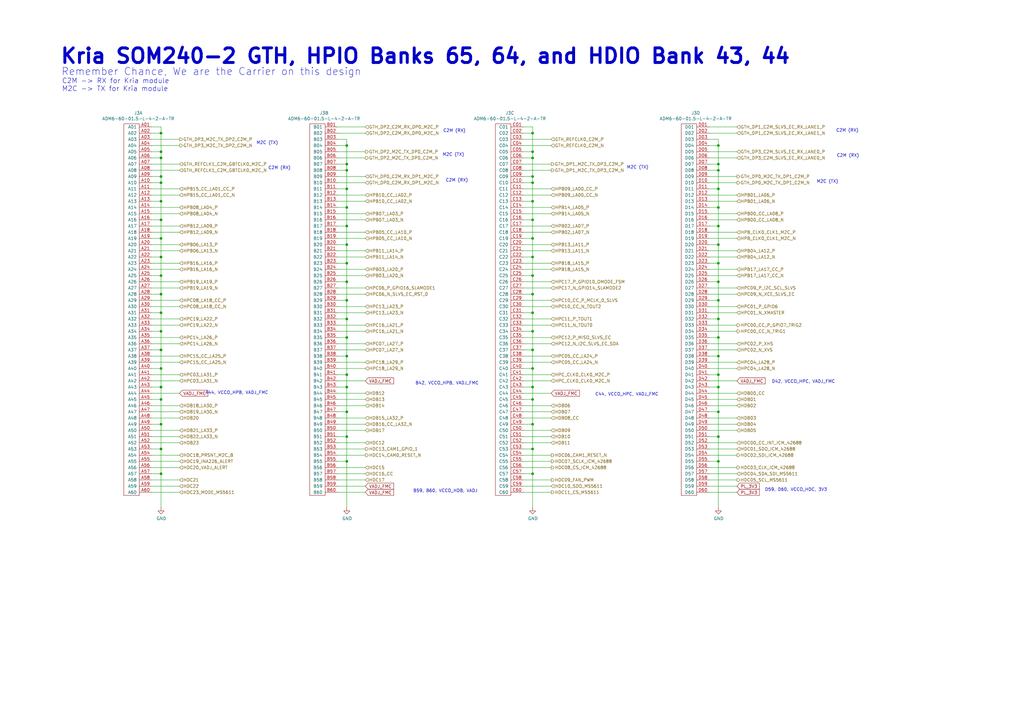
<source format=kicad_sch>
(kicad_sch (version 20230121) (generator eeschema)
  (paper "A3")
  (title_block (title "Top Sheet") (date "2023-12-21") (rev "1.00") (company "ApotheoTech LLC") (comment 1 "SCH: APT-KRIA-FMC") (comment 2 "Author: Chance Reimer"))
  (lib_symbols
    (symbol "ApotheoTech:ADM6-60-01.5-L-4-2-A-TR" (pin_names (offset 1.016))
      (property "Reference" "J" (at -38.735 67.31 0))
      (property "Value" "ADM6-60-01.5-L-4-2-A-TR" (at -29.21 62.23 0))
      (symbol "ADM6-60-01.5-L-4-2-A-TR_1_1"
        (rectangle (start -1.905 78.74) (end 4.445 -73.66))
        (pin passive line (at 9.525 77.47 180) (length 5.08) (name "A01") (number "A01"))
        (pin passive line (at 9.525 74.93 180) (length 5.08) (name "A02") (number "A02"))
        (pin passive line (at 9.525 72.39 180) (length 5.08) (name "A03") (number "A03"))
        (pin passive line (at 9.525 69.85 180) (length 5.08) (name "A04") (number "A04"))
        (pin passive line (at 9.525 67.31 180) (length 5.08) (name "A05") (number "A05"))
        (pin passive line (at 9.525 64.77 180) (length 5.08) (name "A06") (number "A06"))
        (pin passive line (at 9.525 62.23 180) (length 5.08) (name "A07") (number "A07"))
        (pin passive line (at 9.525 59.69 180) (length 5.08) (name "A08") (number "A08"))
        (pin passive line (at 9.525 57.15 180) (length 5.08) (name "A09") (number "A09"))
        (pin passive line (at 9.525 54.61 180) (length 5.08) (name "A10") (number "A10"))
        (pin passive line (at 9.525 52.07 180) (length 5.08) (name "A11") (number "A11"))
        (pin passive line (at 9.525 49.53 180) (length 5.08) (name "A12") (number "A12"))
        (pin passive line (at 9.525 46.99 180) (length 5.08) (name "A13") (number "A13"))
        (pin passive line (at 9.525 44.45 180) (length 5.08) (name "A14") (number "A14"))
        (pin passive line (at 9.525 41.91 180) (length 5.08) (name "A15") (number "A15"))
        (pin passive line (at 9.525 39.37 180) (length 5.08) (name "A16") (number "A16"))
        (pin passive line (at 9.525 36.83 180) (length 5.08) (name "A17") (number "A17"))
        (pin passive line (at 9.525 34.29 180) (length 5.08) (name "A18") (number "A18"))
        (pin passive line (at 9.525 31.75 180) (length 5.08) (name "A19") (number "A19"))
        (pin passive line (at 9.525 29.21 180) (length 5.08) (name "A20") (number "A20"))
        (pin passive line (at 9.525 26.67 180) (length 5.08) (name "A21") (number "A21"))
        (pin passive line (at 9.525 24.13 180) (length 5.08) (name "A22") (number "A22"))
        (pin passive line (at 9.525 21.59 180) (length 5.08) (name "A23") (number "A23"))
        (pin passive line (at 9.525 19.05 180) (length 5.08) (name "A24") (number "A24"))
        (pin passive line (at 9.525 16.51 180) (length 5.08) (name "A25") (number "A25"))
        (pin passive line (at 9.525 13.97 180) (length 5.08) (name "A26") (number "A26"))
        (pin passive line (at 9.525 11.43 180) (length 5.08) (name "A27") (number "A27"))
        (pin passive line (at 9.525 8.89 180) (length 5.08) (name "A28") (number "A28"))
        (pin passive line (at 9.525 6.35 180) (length 5.08) (name "A29") (number "A29"))
        (pin passive line (at 9.525 3.81 180) (length 5.08) (name "A30") (number "A30"))
        (pin passive line (at 9.525 1.27 180) (length 5.08) (name "A31") (number "A31"))
        (pin passive line (at 9.525 -1.27 180) (length 5.08) (name "A32") (number "A32"))
        (pin passive line (at 9.525 -3.81 180) (length 5.08) (name "A33") (number "A33"))
        (pin passive line (at 9.525 -6.35 180) (length 5.08) (name "A34") (number "A34"))
        (pin passive line (at 9.525 -8.89 180) (length 5.08) (name "A35") (number "A35"))
        (pin passive line (at 9.525 -11.43 180) (length 5.08) (name "A36") (number "A36"))
        (pin passive line (at 9.525 -13.97 180) (length 5.08) (name "A37") (number "A37"))
        (pin passive line (at 9.525 -16.51 180) (length 5.08) (name "A38") (number "A38"))
        (pin passive line (at 9.525 -19.05 180) (length 5.08) (name "A39") (number "A39"))
        (pin passive line (at 9.525 -21.59 180) (length 5.08) (name "A40") (number "A40"))
        (pin passive line (at 9.525 -24.13 180) (length 5.08) (name "A41") (number "A41"))
        (pin passive line (at 9.525 -26.67 180) (length 5.08) (name "A42") (number "A42"))
        (pin passive line (at 9.525 -29.21 180) (length 5.08) (name "A43") (number "A43"))
        (pin passive line (at 9.525 -31.75 180) (length 5.08) (name "A44") (number "A44"))
        (pin passive line (at 9.525 -34.29 180) (length 5.08) (name "A45") (number "A45"))
        (pin passive line (at 9.525 -36.83 180) (length 5.08) (name "A46") (number "A46"))
        (pin passive line (at 9.525 -39.37 180) (length 5.08) (name "A47") (number "A47"))
        (pin passive line (at 9.525 -41.91 180) (length 5.08) (name "A48") (number "A48"))
        (pin passive line (at 9.525 -44.45 180) (length 5.08) (name "A49") (number "A49"))
        (pin passive line (at 9.525 -46.99 180) (length 5.08) (name "A50") (number "A50"))
        (pin passive line (at 9.525 -49.53 180) (length 5.08) (name "A51") (number "A51"))
        (pin passive line (at 9.525 -52.07 180) (length 5.08) (name "A52") (number "A52"))
        (pin passive line (at 9.525 -54.61 180) (length 5.08) (name "A53") (number "A53"))
        (pin passive line (at 9.525 -57.15 180) (length 5.08) (name "A54") (number "A54"))
        (pin passive line (at 9.525 -59.69 180) (length 5.08) (name "A55") (number "A55"))
        (pin passive line (at 9.525 -62.23 180) (length 5.08) (name "A56") (number "A56"))
        (pin passive line (at 9.525 -64.77 180) (length 5.08) (name "A57") (number "A57"))
        (pin passive line (at 9.525 -67.31 180) (length 5.08) (name "A58") (number "A58"))
        (pin passive line (at 9.525 -69.85 180) (length 5.08) (name "A59") (number "A59"))
        (pin passive line (at 9.525 -72.39 180) (length 5.08) (name "A60") (number "A60"))
      )
      (symbol "ADM6-60-01.5-L-4-2-A-TR_2_1"
        (rectangle (start 0 76.2) (end 6.35 -76.2))
        (pin passive line (at 11.43 74.93 180) (length 5.08) (name "B01") (number "B01"))
        (pin passive line (at 11.43 72.39 180) (length 5.08) (name "B02") (number "B02"))
        (pin passive line (at 11.43 69.85 180) (length 5.08) (name "B03") (number "B03"))
        (pin passive line (at 11.43 67.31 180) (length 5.08) (name "B04") (number "B04"))
        (pin passive line (at 11.43 64.77 180) (length 5.08) (name "B05") (number "B05"))
        (pin passive line (at 11.43 62.23 180) (length 5.08) (name "B06") (number "B06"))
        (pin passive line (at 11.43 59.69 180) (length 5.08) (name "B07") (number "B07"))
        (pin passive line (at 11.43 57.15 180) (length 5.08) (name "B08") (number "B08"))
        (pin passive line (at 11.43 54.61 180) (length 5.08) (name "B09") (number "B09"))
        (pin passive line (at 11.43 52.07 180) (length 5.08) (name "B10") (number "B10"))
        (pin passive line (at 11.43 49.53 180) (length 5.08) (name "B11") (number "B11"))
        (pin passive line (at 11.43 46.99 180) (length 5.08) (name "B12") (number "B12"))
        (pin passive line (at 11.43 44.45 180) (length 5.08) (name "B13") (number "B13"))
        (pin passive line (at 11.43 41.91 180) (length 5.08) (name "B14") (number "B14"))
        (pin passive line (at 11.43 39.37 180) (length 5.08) (name "B15") (number "B15"))
        (pin passive line (at 11.43 36.83 180) (length 5.08) (name "B16") (number "B16"))
        (pin passive line (at 11.43 34.29 180) (length 5.08) (name "B17") (number "B17"))
        (pin passive line (at 11.43 31.75 180) (length 5.08) (name "B18") (number "B18"))
        (pin passive line (at 11.43 29.21 180) (length 5.08) (name "B19") (number "B19"))
        (pin passive line (at 11.43 26.67 180) (length 5.08) (name "B20") (number "B20"))
        (pin passive line (at 11.43 24.13 180) (length 5.08) (name "B21") (number "B21"))
        (pin passive line (at 11.43 21.59 180) (length 5.08) (name "B22") (number "B22"))
        (pin passive line (at 11.43 19.05 180) (length 5.08) (name "B23") (number "B23"))
        (pin passive line (at 11.43 16.51 180) (length 5.08) (name "B24") (number "B24"))
        (pin passive line (at 11.43 13.97 180) (length 5.08) (name "B25") (number "B25"))
        (pin passive line (at 11.43 11.43 180) (length 5.08) (name "B26") (number "B26"))
        (pin passive line (at 11.43 8.89 180) (length 5.08) (name "B27") (number "B27"))
        (pin passive line (at 11.43 6.35 180) (length 5.08) (name "B28") (number "B28"))
        (pin passive line (at 11.43 3.81 180) (length 5.08) (name "B29") (number "B29"))
        (pin passive line (at 11.43 1.27 180) (length 5.08) (name "B30") (number "B30"))
        (pin passive line (at 11.43 -1.27 180) (length 5.08) (name "B31") (number "B31"))
        (pin passive line (at 11.43 -3.81 180) (length 5.08) (name "B32") (number "B32"))
        (pin passive line (at 11.43 -6.35 180) (length 5.08) (name "B33") (number "B33"))
        (pin passive line (at 11.43 -8.89 180) (length 5.08) (name "B34") (number "B34"))
        (pin passive line (at 11.43 -11.43 180) (length 5.08) (name "B35") (number "B35"))
        (pin passive line (at 11.43 -13.97 180) (length 5.08) (name "B36") (number "B36"))
        (pin passive line (at 11.43 -16.51 180) (length 5.08) (name "B37") (number "B37"))
        (pin passive line (at 11.43 -19.05 180) (length 5.08) (name "B38") (number "B38"))
        (pin passive line (at 11.43 -21.59 180) (length 5.08) (name "B39") (number "B39"))
        (pin passive line (at 11.43 -24.13 180) (length 5.08) (name "B40") (number "B40"))
        (pin passive line (at 11.43 -26.67 180) (length 5.08) (name "B41") (number "B41"))
        (pin passive line (at 11.43 -29.21 180) (length 5.08) (name "B42") (number "B42"))
        (pin passive line (at 11.43 -31.75 180) (length 5.08) (name "B43") (number "B43"))
        (pin passive line (at 11.43 -34.29 180) (length 5.08) (name "B44") (number "B44"))
        (pin passive line (at 11.43 -36.83 180) (length 5.08) (name "B45") (number "B45"))
        (pin passive line (at 11.43 -39.37 180) (length 5.08) (name "B46") (number "B46"))
        (pin passive line (at 11.43 -41.91 180) (length 5.08) (name "B47") (number "B47"))
        (pin passive line (at 11.43 -44.45 180) (length 5.08) (name "B48") (number "B48"))
        (pin passive line (at 11.43 -46.99 180) (length 5.08) (name "B49") (number "B49"))
        (pin passive line (at 11.43 -49.53 180) (length 5.08) (name "B50") (number "B50"))
        (pin passive line (at 11.43 -52.07 180) (length 5.08) (name "B51") (number "B51"))
        (pin passive line (at 11.43 -54.61 180) (length 5.08) (name "B52") (number "B52"))
        (pin passive line (at 11.43 -57.15 180) (length 5.08) (name "B53") (number "B53"))
        (pin passive line (at 11.43 -59.69 180) (length 5.08) (name "B54") (number "B54"))
        (pin passive line (at 11.43 -62.23 180) (length 5.08) (name "B55") (number "B55"))
        (pin passive line (at 11.43 -64.77 180) (length 5.08) (name "B56") (number "B56"))
        (pin passive line (at 11.43 -67.31 180) (length 5.08) (name "B57") (number "B57"))
        (pin passive line (at 11.43 -69.85 180) (length 5.08) (name "B58") (number "B58"))
        (pin passive line (at 11.43 -72.39 180) (length 5.08) (name "B59") (number "B59"))
        (pin passive line (at 11.43 -74.93 180) (length 5.08) (name "B60") (number "B60"))
      )
      (symbol "ADM6-60-01.5-L-4-2-A-TR_3_1"
        (rectangle (start 0 76.2) (end 6.35 -76.2))
        (pin passive line (at 11.43 74.93 180) (length 5.08) (name "C01") (number "C01"))
        (pin passive line (at 11.43 72.39 180) (length 5.08) (name "C02") (number "C02"))
        (pin passive line (at 11.43 69.85 180) (length 5.08) (name "C03") (number "C03"))
        (pin passive line (at 11.43 67.31 180) (length 5.08) (name "C04") (number "C04"))
        (pin passive line (at 11.43 64.77 180) (length 5.08) (name "C05") (number "C05"))
        (pin passive line (at 11.43 62.23 180) (length 5.08) (name "C06") (number "C06"))
        (pin passive line (at 11.43 59.69 180) (length 5.08) (name "C07") (number "C07"))
        (pin passive line (at 11.43 57.15 180) (length 5.08) (name "C08") (number "C08"))
        (pin passive line (at 11.43 54.61 180) (length 5.08) (name "C09") (number "C09"))
        (pin passive line (at 11.43 52.07 180) (length 5.08) (name "C10") (number "C10"))
        (pin passive line (at 11.43 49.53 180) (length 5.08) (name "C11") (number "C11"))
        (pin passive line (at 11.43 46.99 180) (length 5.08) (name "C12") (number "C12"))
        (pin passive line (at 11.43 44.45 180) (length 5.08) (name "C13") (number "C13"))
        (pin passive line (at 11.43 41.91 180) (length 5.08) (name "C14") (number "C14"))
        (pin passive line (at 11.43 39.37 180) (length 5.08) (name "C15") (number "C15"))
        (pin passive line (at 11.43 36.83 180) (length 5.08) (name "C16") (number "C16"))
        (pin passive line (at 11.43 34.29 180) (length 5.08) (name "C17") (number "C17"))
        (pin passive line (at 11.43 31.75 180) (length 5.08) (name "C18") (number "C18"))
        (pin passive line (at 11.43 29.21 180) (length 5.08) (name "C19") (number "C19"))
        (pin passive line (at 11.43 26.67 180) (length 5.08) (name "C20") (number "C20"))
        (pin passive line (at 11.43 24.13 180) (length 5.08) (name "C21") (number "C21"))
        (pin passive line (at 11.43 21.59 180) (length 5.08) (name "C22") (number "C22"))
        (pin passive line (at 11.43 19.05 180) (length 5.08) (name "C23") (number "C23"))
        (pin passive line (at 11.43 16.51 180) (length 5.08) (name "C24") (number "C24"))
        (pin passive line (at 11.43 13.97 180) (length 5.08) (name "C25") (number "C25"))
        (pin passive line (at 11.43 11.43 180) (length 5.08) (name "C26") (number "C26"))
        (pin passive line (at 11.43 8.89 180) (length 5.08) (name "C27") (number "C27"))
        (pin passive line (at 11.43 6.35 180) (length 5.08) (name "C28") (number "C28"))
        (pin passive line (at 11.43 3.81 180) (length 5.08) (name "C29") (number "C29"))
        (pin passive line (at 11.43 1.27 180) (length 5.08) (name "C30") (number "C30"))
        (pin passive line (at 11.43 -1.27 180) (length 5.08) (name "C31") (number "C31"))
        (pin passive line (at 11.43 -3.81 180) (length 5.08) (name "C32") (number "C32"))
        (pin passive line (at 11.43 -6.35 180) (length 5.08) (name "C33") (number "C33"))
        (pin passive line (at 11.43 -8.89 180) (length 5.08) (name "C34") (number "C34"))
        (pin passive line (at 11.43 -11.43 180) (length 5.08) (name "C35") (number "C35"))
        (pin passive line (at 11.43 -13.97 180) (length 5.08) (name "C36") (number "C36"))
        (pin passive line (at 11.43 -16.51 180) (length 5.08) (name "C37") (number "C37"))
        (pin passive line (at 11.43 -19.05 180) (length 5.08) (name "C38") (number "C38"))
        (pin passive line (at 11.43 -21.59 180) (length 5.08) (name "C39") (number "C39"))
        (pin passive line (at 11.43 -24.13 180) (length 5.08) (name "C40") (number "C40"))
        (pin passive line (at 11.43 -26.67 180) (length 5.08) (name "C41") (number "C41"))
        (pin passive line (at 11.43 -29.21 180) (length 5.08) (name "C42") (number "C42"))
        (pin passive line (at 11.43 -31.75 180) (length 5.08) (name "C43") (number "C43"))
        (pin passive line (at 11.43 -34.29 180) (length 5.08) (name "C44") (number "C44"))
        (pin passive line (at 11.43 -36.83 180) (length 5.08) (name "C45") (number "C45"))
        (pin passive line (at 11.43 -39.37 180) (length 5.08) (name "C46") (number "C46"))
        (pin passive line (at 11.43 -41.91 180) (length 5.08) (name "C47") (number "C47"))
        (pin passive line (at 11.43 -44.45 180) (length 5.08) (name "C48") (number "C48"))
        (pin passive line (at 11.43 -46.99 180) (length 5.08) (name "C49") (number "C49"))
        (pin passive line (at 11.43 -49.53 180) (length 5.08) (name "C50") (number "C50"))
        (pin passive line (at 11.43 -52.07 180) (length 5.08) (name "C51") (number "C51"))
        (pin passive line (at 11.43 -54.61 180) (length 5.08) (name "C52") (number "C52"))
        (pin passive line (at 11.43 -57.15 180) (length 5.08) (name "C53") (number "C53"))
        (pin passive line (at 11.43 -59.69 180) (length 5.08) (name "C54") (number "C54"))
        (pin passive line (at 11.43 -62.23 180) (length 5.08) (name "C55") (number "C55"))
        (pin passive line (at 11.43 -64.77 180) (length 5.08) (name "C56") (number "C56"))
        (pin passive line (at 11.43 -67.31 180) (length 5.08) (name "C57") (number "C57"))
        (pin passive line (at 11.43 -69.85 180) (length 5.08) (name "C58") (number "C58"))
        (pin passive line (at 11.43 -72.39 180) (length 5.08) (name "C59") (number "C59"))
        (pin passive line (at 11.43 -74.93 180) (length 5.08) (name "C60") (number "C60"))
      )
      (symbol "ADM6-60-01.5-L-4-2-A-TR_4_1"
        (rectangle (start 0 76.2) (end 6.35 -76.2))
        (pin passive line (at 11.43 74.93 180) (length 5.08) (name "D01") (number "D01"))
        (pin passive line (at 11.43 72.39 180) (length 5.08) (name "D02") (number "D02"))
        (pin passive line (at 11.43 69.85 180) (length 5.08) (name "D03") (number "D03"))
        (pin passive line (at 11.43 67.31 180) (length 5.08) (name "D04") (number "D04"))
        (pin passive line (at 11.43 64.77 180) (length 5.08) (name "D05") (number "D05"))
        (pin passive line (at 11.43 62.23 180) (length 5.08) (name "D06") (number "D06"))
        (pin passive line (at 11.43 59.69 180) (length 5.08) (name "D07") (number "D07"))
        (pin passive line (at 11.43 57.15 180) (length 5.08) (name "D08") (number "D08"))
        (pin passive line (at 11.43 54.61 180) (length 5.08) (name "D09") (number "D09"))
        (pin passive line (at 11.43 52.07 180) (length 5.08) (name "D10") (number "D10"))
        (pin passive line (at 11.43 49.53 180) (length 5.08) (name "D11") (number "D11"))
        (pin passive line (at 11.43 46.99 180) (length 5.08) (name "D12") (number "D12"))
        (pin passive line (at 11.43 44.45 180) (length 5.08) (name "D13") (number "D13"))
        (pin passive line (at 11.43 41.91 180) (length 5.08) (name "D14") (number "D14"))
        (pin passive line (at 11.43 39.37 180) (length 5.08) (name "D15") (number "D15"))
        (pin passive line (at 11.43 36.83 180) (length 5.08) (name "D16") (number "D16"))
        (pin passive line (at 11.43 34.29 180) (length 5.08) (name "D17") (number "D17"))
        (pin passive line (at 11.43 31.75 180) (length 5.08) (name "D18") (number "D18"))
        (pin passive line (at 11.43 29.21 180) (length 5.08) (name "D19") (number "D19"))
        (pin passive line (at 11.43 26.67 180) (length 5.08) (name "D20") (number "D20"))
        (pin passive line (at 11.43 24.13 180) (length 5.08) (name "D21") (number "D21"))
        (pin passive line (at 11.43 21.59 180) (length 5.08) (name "D22") (number "D22"))
        (pin passive line (at 11.43 19.05 180) (length 5.08) (name "D23") (number "D23"))
        (pin passive line (at 11.43 16.51 180) (length 5.08) (name "D24") (number "D24"))
        (pin passive line (at 11.43 13.97 180) (length 5.08) (name "D25") (number "D25"))
        (pin passive line (at 11.43 11.43 180) (length 5.08) (name "D26") (number "D26"))
        (pin passive line (at 11.43 8.89 180) (length 5.08) (name "D27") (number "D27"))
        (pin passive line (at 11.43 6.35 180) (length 5.08) (name "D28") (number "D28"))
        (pin passive line (at 11.43 3.81 180) (length 5.08) (name "D29") (number "D29"))
        (pin passive line (at 11.43 1.27 180) (length 5.08) (name "D30") (number "D30"))
        (pin passive line (at 11.43 -1.27 180) (length 5.08) (name "D31") (number "D31"))
        (pin passive line (at 11.43 -3.81 180) (length 5.08) (name "D32") (number "D32"))
        (pin passive line (at 11.43 -6.35 180) (length 5.08) (name "D33") (number "D33"))
        (pin passive line (at 11.43 -8.89 180) (length 5.08) (name "D34") (number "D34"))
        (pin passive line (at 11.43 -11.43 180) (length 5.08) (name "D35") (number "D35"))
        (pin passive line (at 11.43 -13.97 180) (length 5.08) (name "D36") (number "D36"))
        (pin passive line (at 11.43 -16.51 180) (length 5.08) (name "D37") (number "D37"))
        (pin passive line (at 11.43 -19.05 180) (length 5.08) (name "D38") (number "D38"))
        (pin passive line (at 11.43 -21.59 180) (length 5.08) (name "D39") (number "D39"))
        (pin passive line (at 11.43 -24.13 180) (length 5.08) (name "D40") (number "D40"))
        (pin passive line (at 11.43 -26.67 180) (length 5.08) (name "D41") (number "D41"))
        (pin passive line (at 11.43 -29.21 180) (length 5.08) (name "D42") (number "D42"))
        (pin passive line (at 11.43 -31.75 180) (length 5.08) (name "D43") (number "D43"))
        (pin passive line (at 11.43 -34.29 180) (length 5.08) (name "D44") (number "D44"))
        (pin passive line (at 11.43 -36.83 180) (length 5.08) (name "D45") (number "D45"))
        (pin passive line (at 11.43 -39.37 180) (length 5.08) (name "D46") (number "D46"))
        (pin passive line (at 11.43 -41.91 180) (length 5.08) (name "D47") (number "D47"))
        (pin passive line (at 11.43 -44.45 180) (length 5.08) (name "D48") (number "D48"))
        (pin passive line (at 11.43 -46.99 180) (length 5.08) (name "D49") (number "D49"))
        (pin passive line (at 11.43 -49.53 180) (length 5.08) (name "D50") (number "D50"))
        (pin passive line (at 11.43 -52.07 180) (length 5.08) (name "D51") (number "D51"))
        (pin passive line (at 11.43 -54.61 180) (length 5.08) (name "D52") (number "D52"))
        (pin passive line (at 11.43 -57.15 180) (length 5.08) (name "D53") (number "D53"))
        (pin passive line (at 11.43 -59.69 180) (length 5.08) (name "D54") (number "D54"))
        (pin passive line (at 11.43 -62.23 180) (length 5.08) (name "D55") (number "D55"))
        (pin passive line (at 11.43 -64.77 180) (length 5.08) (name "D56") (number "D56"))
        (pin passive line (at 11.43 -67.31 180) (length 5.08) (name "D57") (number "D57"))
        (pin passive line (at 11.43 -69.85 180) (length 5.08) (name "D58") (number "D58"))
        (pin passive line (at 11.43 -72.39 180) (length 5.08) (name "D59") (number "D59"))
        (pin passive line (at 11.43 -74.93 180) (length 5.08) (name "D60") (number "D60"))
      )
    )
    (symbol "power:GND" (power) (pin_names (offset 0))
      (property "Value" "GND" (at 0 -3.81 0))
      (symbol "GND_0_1"
        (polyline (pts (xy 0 0) (xy 0 -1.27) (xy 1.27 -1.27) (xy 0 -2.54) (xy -1.27 -1.27) (xy 0 -1.27)))
      )
      (symbol "GND_1_1"
        (pin power_in line (at 0 0 270) (length 0) hide (name "GND") (number "1"))
      )
    )
  )
  (junction (at 218.44 97.79))
  (junction (at 294.64 77.47))
  (junction (at 294.64 123.19))
  (junction (at 218.44 158.75))
  (junction (at 142.24 115.57))
  (junction (at 218.44 143.51))
  (junction (at 294.64 100.33))
  (junction (at 142.24 153.67))
  (junction (at 66.04 113.03))
  (junction (at 66.04 74.93))
  (junction (at 66.04 135.89))
  (junction (at 142.24 107.95))
  (junction (at 218.44 184.15))
  (junction (at 218.44 54.61))
  (junction (at 142.24 67.31))
  (junction (at 218.44 151.13))
  (junction (at 142.24 92.71))
  (junction (at 218.44 72.39))
  (junction (at 294.64 179.07))
  (junction (at 294.64 107.95))
  (junction (at 66.04 64.77))
  (junction (at 294.64 115.57))
  (junction (at 294.64 69.85))
  (junction (at 142.24 189.23))
  (junction (at 294.64 146.05))
  (junction (at 218.44 64.77))
  (junction (at 294.64 189.23))
  (junction (at 218.44 113.03))
  (junction (at 66.04 128.27))
  (junction (at 142.24 158.75))
  (junction (at 142.24 100.33))
  (junction (at 294.64 92.71))
  (junction (at 142.24 146.05))
  (junction (at 218.44 135.89))
  (junction (at 66.04 143.51))
  (junction (at 218.44 163.83))
  (junction (at 218.44 128.27))
  (junction (at 142.24 85.09))
  (junction (at 218.44 105.41))
  (junction (at 66.04 151.13))
  (junction (at 142.24 69.85))
  (junction (at 66.04 120.65))
  (junction (at 142.24 168.91))
  (junction (at 66.04 97.79))
  (junction (at 218.44 74.93))
  (junction (at 218.44 194.31))
  (junction (at 66.04 163.83))
  (junction (at 218.44 82.55))
  (junction (at 142.24 77.47))
  (junction (at 294.64 153.67))
  (junction (at 142.24 179.07))
  (junction (at 66.04 105.41))
  (junction (at 294.64 138.43))
  (junction (at 66.04 194.31))
  (junction (at 294.64 130.81))
  (junction (at 294.64 168.91))
  (junction (at 66.04 90.17))
  (junction (at 66.04 184.15))
  (junction (at 66.04 158.75))
  (junction (at 294.64 59.69))
  (junction (at 218.44 62.23))
  (junction (at 218.44 90.17))
  (junction (at 66.04 72.39))
  (junction (at 142.24 123.19))
  (junction (at 66.04 173.99))
  (junction (at 294.64 67.31))
  (junction (at 66.04 82.55))
  (junction (at 142.24 59.69))
  (junction (at 294.64 85.09))
  (junction (at 66.04 54.61))
  (junction (at 218.44 120.65))
  (junction (at 294.64 158.75))
  (junction (at 142.24 138.43))
  (junction (at 142.24 130.81))
  (junction (at 218.44 173.99))
  (junction (at 66.04 62.23))
  (wire (pts (xy 66.04 90.17) (xy 66.04 97.79)))
  (wire (pts (xy 138.43 82.55) (xy 149.86 82.55)))
  (wire (pts (xy 138.43 67.31) (xy 142.24 67.31)))
  (wire (pts (xy 66.04 128.27) (xy 66.04 135.89)))
  (wire (pts (xy 214.63 140.97) (xy 226.06 140.97)))
  (wire (pts (xy 218.44 82.55) (xy 218.44 90.17)))
  (wire (pts (xy 214.63 166.37) (xy 226.06 166.37)))
  (wire (pts (xy 66.04 72.39) (xy 66.04 74.93)))
  (wire (pts (xy 214.63 171.45) (xy 226.06 171.45)))
  (wire (pts (xy 62.23 85.09) (xy 73.66 85.09)))
  (wire (pts (xy 290.83 171.45) (xy 302.26 171.45)))
  (wire (pts (xy 62.23 54.61) (xy 66.04 54.61)))
  (wire (pts (xy 218.44 105.41) (xy 218.44 113.03)))
  (wire (pts (xy 290.83 186.69) (xy 302.26 186.69)))
  (wire (pts (xy 294.64 59.69) (xy 294.64 67.31)))
  (wire (pts (xy 214.63 102.87) (xy 226.06 102.87)))
  (wire (pts (xy 66.04 135.89) (xy 66.04 143.51)))
  (wire (pts (xy 62.23 110.49) (xy 73.66 110.49)))
  (wire (pts (xy 62.23 201.93) (xy 73.66 201.93)))
  (wire (pts (xy 138.43 69.85) (xy 142.24 69.85)))
  (wire (pts (xy 218.44 74.93) (xy 218.44 82.55)))
  (wire (pts (xy 214.63 133.35) (xy 226.06 133.35)))
  (wire (pts (xy 66.04 158.75) (xy 66.04 163.83)))
  (wire (pts (xy 214.63 107.95) (xy 226.06 107.95)))
  (wire (pts (xy 214.63 80.01) (xy 226.06 80.01)))
  (wire (pts (xy 138.43 140.97) (xy 149.86 140.97)))
  (wire (pts (xy 290.83 92.71) (xy 294.64 92.71)))
  (wire (pts (xy 218.44 54.61) (xy 218.44 62.23)))
  (wire (pts (xy 290.83 125.73) (xy 302.26 125.73)))
  (wire (pts (xy 290.83 196.85) (xy 302.26 196.85)))
  (wire (pts (xy 142.24 107.95) (xy 142.24 115.57)))
  (wire (pts (xy 62.23 57.15) (xy 73.66 57.15)))
  (wire (pts (xy 142.24 92.71) (xy 142.24 100.33)))
  (wire (pts (xy 142.24 57.15) (xy 142.24 59.69)))
  (wire (pts (xy 66.04 97.79) (xy 62.23 97.79)))
  (wire (pts (xy 62.23 64.77) (xy 66.04 64.77)))
  (wire (pts (xy 290.83 62.23) (xy 302.26 62.23)))
  (wire (pts (xy 142.24 77.47) (xy 142.24 85.09)))
  (wire (pts (xy 290.83 176.53) (xy 302.26 176.53)))
  (wire (pts (xy 214.63 125.73) (xy 226.06 125.73)))
  (wire (pts (xy 290.83 100.33) (xy 294.64 100.33)))
  (wire (pts (xy 138.43 186.69) (xy 149.86 186.69)))
  (wire (pts (xy 62.23 59.69) (xy 73.66 59.69)))
  (wire (pts (xy 218.44 135.89) (xy 218.44 143.51)))
  (wire (pts (xy 66.04 128.27) (xy 62.23 128.27)))
  (wire (pts (xy 142.24 158.75) (xy 142.24 168.91)))
  (wire (pts (xy 138.43 85.09) (xy 142.24 85.09)))
  (wire (pts (xy 138.43 105.41) (xy 149.86 105.41)))
  (wire (pts (xy 138.43 120.65) (xy 149.86 120.65)))
  (wire (pts (xy 218.44 82.55) (xy 214.63 82.55)))
  (wire (pts (xy 290.83 72.39) (xy 302.26 72.39)))
  (wire (pts (xy 62.23 156.21) (xy 73.66 156.21)))
  (wire (pts (xy 290.83 82.55) (xy 302.26 82.55)))
  (wire (pts (xy 66.04 120.65) (xy 62.23 120.65)))
  (wire (pts (xy 218.44 52.07) (xy 218.44 54.61)))
  (wire (pts (xy 62.23 80.01) (xy 73.66 80.01)))
  (wire (pts (xy 218.44 72.39) (xy 218.44 74.93)))
  (wire (pts (xy 290.83 64.77) (xy 302.26 64.77)))
  (wire (pts (xy 142.24 67.31) (xy 142.24 69.85)))
  (wire (pts (xy 214.63 69.85) (xy 226.06 69.85)))
  (wire (pts (xy 66.04 82.55) (xy 66.04 90.17)))
  (wire (pts (xy 138.43 151.13) (xy 149.86 151.13)))
  (wire (pts (xy 294.64 158.75) (xy 294.64 168.91)))
  (wire (pts (xy 138.43 95.25) (xy 149.86 95.25)))
  (wire (pts (xy 138.43 77.47) (xy 142.24 77.47)))
  (wire (pts (xy 62.23 166.37) (xy 73.66 166.37)))
  (wire (pts (xy 294.64 189.23) (xy 294.64 208.28)))
  (wire (pts (xy 290.83 95.25) (xy 302.26 95.25)))
  (wire (pts (xy 290.83 161.29) (xy 302.26 161.29)))
  (wire (pts (xy 214.63 52.07) (xy 218.44 52.07)))
  (wire (pts (xy 62.23 171.45) (xy 73.66 171.45)))
  (wire (pts (xy 214.63 138.43) (xy 226.06 138.43)))
  (wire (pts (xy 66.04 120.65) (xy 66.04 128.27)))
  (wire (pts (xy 66.04 173.99) (xy 62.23 173.99)))
  (wire (pts (xy 142.24 130.81) (xy 142.24 138.43)))
  (wire (pts (xy 66.04 151.13) (xy 66.04 158.75)))
  (wire (pts (xy 138.43 181.61) (xy 149.86 181.61)))
  (wire (pts (xy 290.83 133.35) (xy 302.26 133.35)))
  (wire (pts (xy 62.23 100.33) (xy 73.66 100.33)))
  (wire (pts (xy 62.23 52.07) (xy 66.04 52.07)))
  (wire (pts (xy 62.23 77.47) (xy 73.66 77.47)))
  (wire (pts (xy 62.23 179.07) (xy 73.66 179.07)))
  (wire (pts (xy 138.43 135.89) (xy 149.86 135.89)))
  (wire (pts (xy 290.83 130.81) (xy 294.64 130.81)))
  (wire (pts (xy 290.83 158.75) (xy 294.64 158.75)))
  (wire (pts (xy 138.43 92.71) (xy 142.24 92.71)))
  (wire (pts (xy 214.63 181.61) (xy 226.06 181.61)))
  (wire (pts (xy 66.04 184.15) (xy 62.23 184.15)))
  (wire (pts (xy 218.44 97.79) (xy 218.44 105.41)))
  (wire (pts (xy 138.43 133.35) (xy 149.86 133.35)))
  (wire (pts (xy 62.23 140.97) (xy 73.66 140.97)))
  (wire (pts (xy 290.83 74.93) (xy 302.26 74.93)))
  (wire (pts (xy 290.83 143.51) (xy 302.26 143.51)))
  (wire (pts (xy 214.63 54.61) (xy 218.44 54.61)))
  (wire (pts (xy 290.83 52.07) (xy 302.26 52.07)))
  (wire (pts (xy 62.23 69.85) (xy 73.66 69.85)))
  (wire (pts (xy 138.43 176.53) (xy 149.86 176.53)))
  (wire (pts (xy 290.83 59.69) (xy 294.64 59.69)))
  (wire (pts (xy 138.43 100.33) (xy 142.24 100.33)))
  (wire (pts (xy 290.83 87.63) (xy 302.26 87.63)))
  (wire (pts (xy 290.83 85.09) (xy 294.64 85.09)))
  (wire (pts (xy 290.83 156.21) (xy 302.26 156.21)))
  (wire (pts (xy 138.43 201.93) (xy 149.86 201.93)))
  (wire (pts (xy 138.43 166.37) (xy 149.86 166.37)))
  (wire (pts (xy 138.43 54.61) (xy 149.86 54.61)))
  (wire (pts (xy 138.43 57.15) (xy 142.24 57.15)))
  (wire (pts (xy 290.83 146.05) (xy 294.64 146.05)))
  (wire (pts (xy 214.63 168.91) (xy 226.06 168.91)))
  (wire (pts (xy 214.63 92.71) (xy 226.06 92.71)))
  (wire (pts (xy 62.23 189.23) (xy 73.66 189.23)))
  (wire (pts (xy 66.04 135.89) (xy 62.23 135.89)))
  (wire (pts (xy 218.44 194.31) (xy 214.63 194.31)))
  (wire (pts (xy 142.24 179.07) (xy 142.24 189.23)))
  (wire (pts (xy 138.43 143.51) (xy 149.86 143.51)))
  (wire (pts (xy 290.83 168.91) (xy 294.64 168.91)))
  (wire (pts (xy 290.83 77.47) (xy 294.64 77.47)))
  (wire (pts (xy 142.24 115.57) (xy 142.24 123.19)))
  (wire (pts (xy 290.83 57.15) (xy 294.64 57.15)))
  (wire (pts (xy 138.43 184.15) (xy 149.86 184.15)))
  (wire (pts (xy 66.04 97.79) (xy 66.04 105.41)))
  (wire (pts (xy 290.83 113.03) (xy 302.26 113.03)))
  (wire (pts (xy 294.64 123.19) (xy 294.64 130.81)))
  (wire (pts (xy 138.43 72.39) (xy 149.86 72.39)))
  (wire (pts (xy 62.23 102.87) (xy 73.66 102.87)))
  (wire (pts (xy 62.23 153.67) (xy 73.66 153.67)))
  (wire (pts (xy 62.23 118.11) (xy 73.66 118.11)))
  (wire (pts (xy 218.44 163.83) (xy 214.63 163.83)))
  (wire (pts (xy 62.23 133.35) (xy 73.66 133.35)))
  (wire (pts (xy 66.04 74.93) (xy 66.04 82.55)))
  (wire (pts (xy 62.23 176.53) (xy 73.66 176.53)))
  (wire (pts (xy 138.43 130.81) (xy 142.24 130.81)))
  (wire (pts (xy 214.63 196.85) (xy 226.06 196.85)))
  (wire (pts (xy 142.24 146.05) (xy 142.24 153.67)))
  (wire (pts (xy 290.83 148.59) (xy 302.26 148.59)))
  (wire (pts (xy 138.43 173.99) (xy 149.86 173.99)))
  (wire (pts (xy 138.43 62.23) (xy 149.86 62.23)))
  (wire (pts (xy 294.64 100.33) (xy 294.64 107.95)))
  (wire (pts (xy 214.63 64.77) (xy 218.44 64.77)))
  (wire (pts (xy 290.83 118.11) (xy 302.26 118.11)))
  (wire (pts (xy 66.04 105.41) (xy 62.23 105.41)))
  (wire (pts (xy 62.23 125.73) (xy 73.66 125.73)))
  (wire (pts (xy 66.04 184.15) (xy 66.04 194.31)))
  (wire (pts (xy 66.04 54.61) (xy 66.04 62.23)))
  (wire (pts (xy 218.44 184.15) (xy 214.63 184.15)))
  (wire (pts (xy 214.63 100.33) (xy 226.06 100.33)))
  (wire (pts (xy 294.64 77.47) (xy 294.64 85.09)))
  (wire (pts (xy 218.44 90.17) (xy 218.44 97.79)))
  (wire (pts (xy 214.63 191.77) (xy 226.06 191.77)))
  (wire (pts (xy 142.24 153.67) (xy 142.24 158.75)))
  (wire (pts (xy 138.43 64.77) (xy 149.86 64.77)))
  (wire (pts (xy 290.83 102.87) (xy 302.26 102.87)))
  (wire (pts (xy 142.24 138.43) (xy 142.24 146.05)))
  (wire (pts (xy 214.63 57.15) (xy 226.06 57.15)))
  (wire (pts (xy 290.83 120.65) (xy 302.26 120.65)))
  (wire (pts (xy 62.23 146.05) (xy 73.66 146.05)))
  (wire (pts (xy 290.83 105.41) (xy 302.26 105.41)))
  (wire (pts (xy 294.64 130.81) (xy 294.64 138.43)))
  (wire (pts (xy 214.63 85.09) (xy 226.06 85.09)))
  (wire (pts (xy 290.83 173.99) (xy 302.26 173.99)))
  (wire (pts (xy 142.24 69.85) (xy 142.24 77.47)))
  (wire (pts (xy 290.83 97.79) (xy 302.26 97.79)))
  (wire (pts (xy 214.63 148.59) (xy 226.06 148.59)))
  (wire (pts (xy 138.43 107.95) (xy 142.24 107.95)))
  (wire (pts (xy 214.63 67.31) (xy 226.06 67.31)))
  (wire (pts (xy 138.43 138.43) (xy 142.24 138.43)))
  (wire (pts (xy 218.44 62.23) (xy 218.44 64.77)))
  (wire (pts (xy 214.63 158.75) (xy 218.44 158.75)))
  (wire (pts (xy 138.43 110.49) (xy 149.86 110.49)))
  (wire (pts (xy 62.23 196.85) (xy 73.66 196.85)))
  (wire (pts (xy 66.04 173.99) (xy 66.04 184.15)))
  (wire (pts (xy 218.44 97.79) (xy 214.63 97.79)))
  (wire (pts (xy 290.83 189.23) (xy 294.64 189.23)))
  (wire (pts (xy 142.24 59.69) (xy 142.24 67.31)))
  (wire (pts (xy 214.63 110.49) (xy 226.06 110.49)))
  (wire (pts (xy 138.43 118.11) (xy 149.86 118.11)))
  (wire (pts (xy 138.43 199.39) (xy 149.86 199.39)))
  (wire (pts (xy 218.44 74.93) (xy 214.63 74.93)))
  (wire (pts (xy 62.23 151.13) (xy 66.04 151.13)))
  (wire (pts (xy 62.23 158.75) (xy 66.04 158.75)))
  (wire (pts (xy 290.83 110.49) (xy 302.26 110.49)))
  (wire (pts (xy 294.64 146.05) (xy 294.64 153.67)))
  (wire (pts (xy 290.83 115.57) (xy 294.64 115.57)))
  (wire (pts (xy 138.43 158.75) (xy 142.24 158.75)))
  (wire (pts (xy 66.04 143.51) (xy 62.23 143.51)))
  (wire (pts (xy 66.04 62.23) (xy 66.04 64.77)))
  (wire (pts (xy 290.83 179.07) (xy 294.64 179.07)))
  (wire (pts (xy 290.83 90.17) (xy 302.26 90.17)))
  (wire (pts (xy 138.43 191.77) (xy 149.86 191.77)))
  (wire (pts (xy 142.24 100.33) (xy 142.24 107.95)))
  (wire (pts (xy 138.43 113.03) (xy 149.86 113.03)))
  (wire (pts (xy 218.44 158.75) (xy 218.44 163.83)))
  (wire (pts (xy 66.04 90.17) (xy 62.23 90.17)))
  (wire (pts (xy 62.23 199.39) (xy 73.66 199.39)))
  (wire (pts (xy 290.83 151.13) (xy 302.26 151.13)))
  (wire (pts (xy 138.43 156.21) (xy 149.86 156.21)))
  (wire (pts (xy 66.04 72.39) (xy 62.23 72.39)))
  (wire (pts (xy 62.23 107.95) (xy 73.66 107.95)))
  (wire (pts (xy 138.43 194.31) (xy 149.86 194.31)))
  (wire (pts (xy 142.24 85.09) (xy 142.24 92.71)))
  (wire (pts (xy 290.83 67.31) (xy 294.64 67.31)))
  (wire (pts (xy 218.44 120.65) (xy 218.44 128.27)))
  (wire (pts (xy 138.43 97.79) (xy 149.86 97.79)))
  (wire (pts (xy 62.23 168.91) (xy 73.66 168.91)))
  (wire (pts (xy 62.23 130.81) (xy 73.66 130.81)))
  (wire (pts (xy 214.63 179.07) (xy 226.06 179.07)))
  (wire (pts (xy 66.04 105.41) (xy 66.04 113.03)))
  (wire (pts (xy 214.63 176.53) (xy 226.06 176.53)))
  (wire (pts (xy 290.83 107.95) (xy 294.64 107.95)))
  (wire (pts (xy 138.43 52.07) (xy 149.86 52.07)))
  (wire (pts (xy 138.43 123.19) (xy 142.24 123.19)))
  (wire (pts (xy 218.44 90.17) (xy 214.63 90.17)))
  (wire (pts (xy 138.43 148.59) (xy 149.86 148.59)))
  (wire (pts (xy 290.83 199.39) (xy 302.26 199.39)))
  (wire (pts (xy 66.04 74.93) (xy 62.23 74.93)))
  (wire (pts (xy 138.43 189.23) (xy 142.24 189.23)))
  (wire (pts (xy 290.83 128.27) (xy 302.26 128.27)))
  (wire (pts (xy 214.63 115.57) (xy 226.06 115.57)))
  (wire (pts (xy 214.63 59.69) (xy 226.06 59.69)))
  (wire (pts (xy 294.64 115.57) (xy 294.64 123.19)))
  (wire (pts (xy 294.64 85.09) (xy 294.64 92.71)))
  (wire (pts (xy 62.23 191.77) (xy 73.66 191.77)))
  (wire (pts (xy 138.43 146.05) (xy 142.24 146.05)))
  (wire (pts (xy 294.64 67.31) (xy 294.64 69.85)))
  (wire (pts (xy 66.04 194.31) (xy 66.04 208.28)))
  (wire (pts (xy 290.83 138.43) (xy 294.64 138.43)))
  (wire (pts (xy 62.23 67.31) (xy 73.66 67.31)))
  (wire (pts (xy 66.04 82.55) (xy 62.23 82.55)))
  (wire (pts (xy 218.44 64.77) (xy 218.44 72.39)))
  (wire (pts (xy 294.64 168.91) (xy 294.64 179.07)))
  (wire (pts (xy 214.63 199.39) (xy 226.06 199.39)))
  (wire (pts (xy 294.64 179.07) (xy 294.64 189.23)))
  (wire (pts (xy 290.83 163.83) (xy 302.26 163.83)))
  (wire (pts (xy 214.63 118.11) (xy 226.06 118.11)))
  (wire (pts (xy 214.63 146.05) (xy 226.06 146.05)))
  (wire (pts (xy 218.44 151.13) (xy 218.44 158.75)))
  (wire (pts (xy 218.44 105.41) (xy 214.63 105.41)))
  (wire (pts (xy 62.23 148.59) (xy 73.66 148.59)))
  (wire (pts (xy 218.44 128.27) (xy 218.44 135.89)))
  (wire (pts (xy 138.43 179.07) (xy 142.24 179.07)))
  (wire (pts (xy 218.44 143.51) (xy 218.44 151.13)))
  (wire (pts (xy 62.23 95.25) (xy 73.66 95.25)))
  (wire (pts (xy 218.44 120.65) (xy 214.63 120.65)))
  (wire (pts (xy 62.23 87.63) (xy 73.66 87.63)))
  (wire (pts (xy 218.44 143.51) (xy 214.63 143.51)))
  (wire (pts (xy 66.04 113.03) (xy 62.23 113.03)))
  (wire (pts (xy 214.63 156.21) (xy 226.06 156.21)))
  (wire (pts (xy 214.63 87.63) (xy 226.06 87.63)))
  (wire (pts (xy 214.63 77.47) (xy 226.06 77.47)))
  (wire (pts (xy 214.63 62.23) (xy 218.44 62.23)))
  (wire (pts (xy 218.44 163.83) (xy 218.44 173.99)))
  (wire (pts (xy 214.63 201.93) (xy 226.06 201.93)))
  (wire (pts (xy 290.83 181.61) (xy 302.26 181.61)))
  (wire (pts (xy 138.43 115.57) (xy 142.24 115.57)))
  (wire (pts (xy 214.63 123.19) (xy 226.06 123.19)))
  (wire (pts (xy 138.43 168.91) (xy 142.24 168.91)))
  (wire (pts (xy 138.43 125.73) (xy 149.86 125.73)))
  (wire (pts (xy 294.64 69.85) (xy 294.64 77.47)))
  (wire (pts (xy 66.04 163.83) (xy 62.23 163.83)))
  (wire (pts (xy 290.83 54.61) (xy 302.26 54.61)))
  (wire (pts (xy 142.24 168.91) (xy 142.24 179.07)))
  (wire (pts (xy 62.23 123.19) (xy 73.66 123.19)))
  (wire (pts (xy 214.63 161.29) (xy 226.06 161.29)))
  (wire (pts (xy 66.04 52.07) (xy 66.04 54.61)))
  (wire (pts (xy 294.64 92.71) (xy 294.64 100.33)))
  (wire (pts (xy 218.44 173.99) (xy 218.44 184.15)))
  (wire (pts (xy 294.64 107.95) (xy 294.64 115.57)))
  (wire (pts (xy 218.44 184.15) (xy 218.44 194.31)))
  (wire (pts (xy 138.43 74.93) (xy 149.86 74.93)))
  (wire (pts (xy 62.23 138.43) (xy 73.66 138.43)))
  (wire (pts (xy 138.43 171.45) (xy 149.86 171.45)))
  (wire (pts (xy 290.83 184.15) (xy 302.26 184.15)))
  (wire (pts (xy 218.44 72.39) (xy 214.63 72.39)))
  (wire (pts (xy 138.43 102.87) (xy 149.86 102.87)))
  (wire (pts (xy 138.43 196.85) (xy 149.86 196.85)))
  (wire (pts (xy 218.44 194.31) (xy 218.44 208.28)))
  (wire (pts (xy 66.04 113.03) (xy 66.04 120.65)))
  (wire (pts (xy 138.43 128.27) (xy 149.86 128.27)))
  (wire (pts (xy 62.23 181.61) (xy 73.66 181.61)))
  (wire (pts (xy 290.83 194.31) (xy 302.26 194.31)))
  (wire (pts (xy 66.04 194.31) (xy 62.23 194.31)))
  (wire (pts (xy 138.43 153.67) (xy 142.24 153.67)))
  (wire (pts (xy 218.44 135.89) (xy 214.63 135.89)))
  (wire (pts (xy 138.43 80.01) (xy 149.86 80.01)))
  (wire (pts (xy 62.23 161.29) (xy 73.66 161.29)))
  (wire (pts (xy 214.63 130.81) (xy 226.06 130.81)))
  (wire (pts (xy 62.23 92.71) (xy 73.66 92.71)))
  (wire (pts (xy 290.83 191.77) (xy 302.26 191.77)))
  (wire (pts (xy 138.43 87.63) (xy 149.86 87.63)))
  (wire (pts (xy 66.04 143.51) (xy 66.04 151.13)))
  (wire (pts (xy 142.24 123.19) (xy 142.24 130.81)))
  (wire (pts (xy 214.63 95.25) (xy 226.06 95.25)))
  (wire (pts (xy 218.44 128.27) (xy 214.63 128.27)))
  (wire (pts (xy 66.04 64.77) (xy 66.04 72.39)))
  (wire (pts (xy 218.44 113.03) (xy 214.63 113.03)))
  (wire (pts (xy 62.23 186.69) (xy 73.66 186.69)))
  (wire (pts (xy 294.64 153.67) (xy 294.64 158.75)))
  (wire (pts (xy 214.63 189.23) (xy 226.06 189.23)))
  (wire (pts (xy 214.63 151.13) (xy 218.44 151.13)))
  (wire (pts (xy 290.83 80.01) (xy 302.26 80.01)))
  (wire (pts (xy 294.64 138.43) (xy 294.64 146.05)))
  (wire (pts (xy 290.83 123.19) (xy 294.64 123.19)))
  (wire (pts (xy 290.83 153.67) (xy 294.64 153.67)))
  (wire (pts (xy 66.04 163.83) (xy 66.04 173.99)))
  (wire (pts (xy 142.24 189.23) (xy 142.24 208.28)))
  (wire (pts (xy 138.43 163.83) (xy 149.86 163.83)))
  (wire (pts (xy 218.44 113.03) (xy 218.44 120.65)))
  (wire (pts (xy 62.23 115.57) (xy 73.66 115.57)))
  (wire (pts (xy 290.83 201.93) (xy 302.26 201.93)))
  (wire (pts (xy 290.83 69.85) (xy 294.64 69.85)))
  (wire (pts (xy 290.83 166.37) (xy 302.26 166.37)))
  (wire (pts (xy 294.64 57.15) (xy 294.64 59.69)))
  (wire (pts (xy 290.83 135.89) (xy 302.26 135.89)))
  (wire (pts (xy 214.63 153.67) (xy 226.06 153.67)))
  (wire (pts (xy 62.23 62.23) (xy 66.04 62.23)))
  (wire (pts (xy 138.43 90.17) (xy 149.86 90.17)))
  (wire (pts (xy 214.63 186.69) (xy 226.06 186.69)))
  (wire (pts (xy 218.44 173.99) (xy 214.63 173.99)))
  (wire (pts (xy 138.43 59.69) (xy 142.24 59.69)))
  (wire (pts (xy 138.43 161.29) (xy 149.86 161.29)))
  (wire (pts (xy 290.83 140.97) (xy 302.26 140.97)))
  (text "B59, B60, VCCO_HDB, VADJ" (at 169.418 202.184 0) (effects (font (size 1.27 1.27)) (justify left bottom)))
  (text "M2C (TX)" (at 257.048 69.469 0) (effects (font (size 1.27 1.27)) (justify left bottom)))
  (text "M2C (TX)" (at 334.899 75.311 0) (effects (font (size 1.27 1.27)) (justify left bottom)))
  (text "M2C (TX)" (at 105.156 59.436 0) (effects (font (size 1.27 1.27)) (justify left bottom)))
  (text "C2M (RX)" (at 109.982 69.723 0) (effects (font (size 1.27 1.27)) (justify left bottom)))
  (text "C44, VCCO_HPC, VADJ_FMC" (at 244.094 162.56 0) (effects (font (size 1.27 1.27)) (justify left bottom)))
  (text "B42, VCCO_HPB, VADJ_FMC" (at 170.307 157.988 0) (effects (font (size 1.27 1.27)) (justify left bottom)))
  (text "Remember Chance, We are the Carrier on this design" (at 25.146 31.242 0) (effects (font (size 2.9972 2.9972)) (justify left bottom)))
  (text "A44, VCCO_HPB, VADJ_FMC" (at 84.201 161.925 0) (effects (font (size 1.27 1.27)) (justify left bottom)))
  (text "C2M (RX)" (at 343.154 64.643 0) (effects (font (size 1.27 1.27)) (justify left bottom)))
  (text "Kria SOM240-2 GTH, HPIO Banks 65, 64, and HDIO Bank 43, 44" (at 24.384 26.67 0) (effects (font (size 5.9944 5.9944) (thickness 1.1989) bold) (justify left bottom)))
  (text "C2M -> RX for Kria module\nM2C -> TX for Kria module" (at 25.4 37.719 0) (effects (font (size 2.0066 2.0066)) (justify left bottom)))
  (text "C2M (RX)" (at 181.737 54.483 0) (effects (font (size 1.27 1.27)) (justify left bottom)))
  (text "C2M (RX)" (at 342.9 54.356 0) (effects (font (size 1.27 1.27)) (justify left bottom)))
  (text "C2M (RX)" (at 182.753 74.803 0) (effects (font (size 1.27 1.27)) (justify left bottom)))
  (text "D59, D60, VCCO_HDC, 3V3" (at 313.69 201.676 0) (effects (font (size 1.27 1.27)) (justify left bottom)))
  (text "D42, VCCO_HPC, VADJ_FMC" (at 316.484 157.353 0) (effects (font (size 1.27 1.27)) (justify left bottom)))
  (text "M2C (TX)" (at 181.483 64.262 0) (effects (font (size 1.27 1.27)) (justify left bottom)))
  (global_label "VADJ_FMC" (shape input) (at 226.06 161.29 0) (property "Intersheetrefs" "${INTERSHEET_REFS}" (effects hide)))
  (global_label "PL_3V3" (shape input) (at 302.26 199.39 0) (property "Intersheetrefs" "${INTERSHEET_REFS}" (effects hide)))
  (global_label "VADJ_FMC" (shape input) (at 149.86 199.39 0) (property "Intersheetrefs" "${INTERSHEET_REFS}" (effects hide)))
  (global_label "VADJ_FMC" (shape input) (at 302.26 156.21 0) (property "Intersheetrefs" "${INTERSHEET_REFS}" (effects hide)))
  (global_label "VADJ_FMC" (shape input) (at 149.86 156.21 0) (property "Intersheetrefs" "${INTERSHEET_REFS}" (effects hide)))
  (global_label "VADJ_FMC" (shape input) (at 73.66 161.29 0) (property "Intersheetrefs" "${INTERSHEET_REFS}" (effects hide)))
  (global_label "VADJ_FMC" (shape input) (at 149.86 201.93 0) (property "Intersheetrefs" "${INTERSHEET_REFS}" (effects hide)))
  (global_label "PL_3V3" (shape input) (at 302.26 201.93 0) (property "Intersheetrefs" "${INTERSHEET_REFS}" (effects hide)))
  (hierarchical_label "HPB07_LA03_N" (shape input) (at 149.86 90.17 0))
  (hierarchical_label "HPC01_P_GPIO6" (shape input) (at 302.26 125.73 0))
  (hierarchical_label "HPB15_CC_LA01_CC_P" (shape input) (at 73.66 77.47 0))
  (hierarchical_label "HPB19_LA19_P" (shape input) (at 73.66 115.57 0))
  (hierarchical_label "HDB06" (shape input) (at 226.06 166.37 0))
  (hierarchical_label "HPB06_LA13_N" (shape input) (at 73.66 102.87 0))
  (hierarchical_label "HPC06_N_SLVS_EC_RST_0" (shape input) (at 149.86 120.65 0))
  (hierarchical_label "HPB00_CC_LA08_P" (shape input) (at 302.26 87.63 0))
  (hierarchical_label "HPB14_LA05_N" (shape input) (at 226.06 87.63 0))
  (hierarchical_label "HPB11_LA14_N" (shape input) (at 149.86 105.41 0))
  (hierarchical_label "GTH_DP2_M2C_TX_DP0_C2M_P" (shape output) (at 149.86 62.23 0))
  (hierarchical_label "HPB01_LA06_P" (shape input) (at 302.26 80.01 0))
  (hierarchical_label "HDC08_CS_ICM_42688" (shape output) (at 226.06 191.77 0))
  (hierarchical_label "GTH_DP2_C2M_RX_DP0_M2C_N" (shape input) (at 149.86 54.61 0))
  (hierarchical_label "HPB08_LA04_P" (shape input) (at 73.66 85.09 0))
  (hierarchical_label "HPB09_LA00_CC_N" (shape input) (at 226.06 80.01 0))
  (hierarchical_label "HDC00_CC_INT_ICM_42688" (shape input) (at 302.26 181.61 0))
  (hierarchical_label "HPC04_LA28_P" (shape input) (at 302.26 148.59 0))
  (hierarchical_label "HDC06_CAM1_RESET_N" (shape output) (at 226.06 186.69 0))
  (hierarchical_label "HPC15_CC_LA25_P" (shape input) (at 73.66 146.05 0))
  (hierarchical_label "HDB19_LA30_N" (shape input) (at 73.66 168.91 0))
  (hierarchical_label "HDB09" (shape input) (at 226.06 176.53 0))
  (hierarchical_label "HDC23_MODE_MS5611" (shape input) (at 73.66 201.93 0))
  (hierarchical_label "HDC20_VADJ_ALERT" (shape input) (at 73.66 191.77 0))
  (hierarchical_label "HPC14_LA26_N" (shape input) (at 73.66 140.97 0))
  (hierarchical_label "HPB10_CC_LA02_P" (shape input) (at 149.86 80.01 0))
  (hierarchical_label "GTH_DP1_M2C_TX_DP3_C2M_N" (shape output) (at 226.06 69.85 0))
  (hierarchical_label "HPB12_LA09_P" (shape input) (at 73.66 92.71 0))
  (hierarchical_label "HPC_CLK0_CLK0_M2C_N" (shape input) (at 226.06 156.21 0))
  (hierarchical_label "HPB17_LA17_CC_N" (shape input) (at 302.26 113.03 0))
  (hierarchical_label "GTH_DP1_C2M_SLVS_EC_RX_LANE1_P" (shape input) (at 302.26 52.07 0))
  (hierarchical_label "HDB05" (shape input) (at 302.26 176.53 0))
  (hierarchical_label "HDC02_SDI_ICM_42688" (shape output) (at 302.26 186.69 0))
  (hierarchical_label "HPC17_P_GPIO10_OMODE_FSM" (shape input) (at 226.06 115.57 0))
  (hierarchical_label "HDB07" (shape input) (at 226.06 168.91 0))
  (hierarchical_label "HPC03_LA31_N" (shape input) (at 73.66 156.21 0))
  (hierarchical_label "HDC01_SDO_ICM_42688" (shape input) (at 302.26 184.15 0))
  (hierarchical_label "HPC04_LA28_N" (shape input) (at 302.26 151.13 0))
  (hierarchical_label "HDC18_PRSNT_M2C_B" (shape input) (at 73.66 186.69 0))
  (hierarchical_label "HPB02_LA07_N" (shape input) (at 226.06 95.25 0))
  (hierarchical_label "GTH_DP3_M2C_TX_DP2_C2M_P" (shape output) (at 73.66 57.15 0))
  (hierarchical_label "HPC11_N_TOUT0" (shape input) (at 226.06 133.35 0))
  (hierarchical_label "HPB07_LA03_P" (shape input) (at 149.86 87.63 0))
  (hierarchical_label "HDC11_CS_MS5611" (shape output) (at 226.06 201.93 0))
  (hierarchical_label "HPB01_LA06_N" (shape input) (at 302.26 82.55 0))
  (hierarchical_label "HDB22_LA33_N" (shape input) (at 73.66 179.07 0))
  (hierarchical_label "HPC07_LA27_P" (shape input) (at 149.86 140.97 0))
  (hierarchical_label "HPC01_N_XMASTER" (shape input) (at 302.26 128.27 0))
  (hierarchical_label "HDC16_CC" (shape input) (at 149.86 194.31 0))
  (hierarchical_label "HDC10_SDO_MS5611" (shape input) (at 226.06 199.39 0))
  (hierarchical_label "HDB18_LA30_P" (shape input) (at 73.66 166.37 0))
  (hierarchical_label "HPC02_N_XVS" (shape input) (at 302.26 143.51 0))
  (hierarchical_label "HPB03_LA20_P" (shape input) (at 149.86 110.49 0))
  (hierarchical_label "HDB15_LA32_P" (shape input) (at 149.86 171.45 0))
  (hierarchical_label "HPC16_LA21_N" (shape input) (at 149.86 135.89 0))
  (hierarchical_label "HPB13_LA11_P" (shape input) (at 226.06 100.33 0))
  (hierarchical_label "HDB01" (shape input) (at 302.26 163.83 0))
  (hierarchical_label "HPB05_CC_LA10_P" (shape input) (at 149.86 95.25 0))
  (hierarchical_label "HPC12_P_MISO_SLVS_EC" (shape input) (at 226.06 138.43 0))
  (hierarchical_label "HPB03_LA20_N" (shape input) (at 149.86 113.03 0))
  (hierarchical_label "HDB11" (shape input) (at 226.06 181.61 0))
  (hierarchical_label "GTH_DP3_M2C_TX_DP2_C2M_N" (shape output) (at 73.66 59.69 0))
  (hierarchical_label "GTH_REFCLK0_C2M_P" (shape input) (at 226.06 57.15 0))
  (hierarchical_label "HPB18_LA15_P" (shape input) (at 226.06 107.95 0))
  (hierarchical_label "GTH_DP2_C2M_RX_DP0_M2C_P" (shape input) (at 149.86 52.07 0))
  (hierarchical_label "HDC04_SDA_SDI_MS5611" (shape input) (at 302.26 194.31 0))
  (hierarchical_label "HDC15" (shape input) (at 149.86 191.77 0))
  (hierarchical_label "HPB_CLK0_CLK1_M2C_P" (shape input) (at 302.26 95.25 0))
  (hierarchical_label "HPC18_LA29_P" (shape input) (at 149.86 148.59 0))
  (hierarchical_label "HPB15_CC_LA01_CC_N" (shape input) (at 73.66 80.01 0))
  (hierarchical_label "GTH_DP0_M2C_TX_DP1_C2M_N" (shape output) (at 302.26 74.93 0))
  (hierarchical_label "HPC08_LA18_CC_P" (shape input) (at 73.66 123.19 0))
  (hierarchical_label "GTH_REFCLK1_C2M_GBTCLK0_M2C_N" (shape input) (at 73.66 69.85 0))
  (hierarchical_label "HPC08_LA18_CC_N" (shape input) (at 73.66 125.73 0))
  (hierarchical_label "HDB17" (shape input) (at 149.86 176.53 0))
  (hierarchical_label "GTH_DP0_M2C_TX_DP1_C2M_P" (shape output) (at 302.26 72.39 0))
  (hierarchical_label "HDB14" (shape input) (at 149.86 166.37 0))
  (hierarchical_label "HPB09_LA00_CC_P" (shape input) (at 226.06 77.47 0))
  (hierarchical_label "HPC02_P_XHS" (shape input) (at 302.26 140.97 0))
  (hierarchical_label "HPB16_LA16_P" (shape input) (at 73.66 107.95 0))
  (hierarchical_label "HPC17_N_GPIO14_SLAMODE2" (shape input) (at 226.06 118.11 0))
  (hierarchical_label "HPB06_LA13_P" (shape input) (at 73.66 100.33 0))
  (hierarchical_label "HPB14_LA05_P" (shape input) (at 226.06 85.09 0))
  (hierarchical_label "HPC09_N_XCE_SLVS_EC" (shape input) (at 302.26 120.65 0))
  (hierarchical_label "GTH_DP3_C2M_SLVS_EC_RX_LANE0_P" (shape input) (at 302.26 62.23 0))
  (hierarchical_label "GTH_DP3_C2M_SLVS_EC_RX_LANE0_N" (shape input) (at 302.26 64.77 0))
  (hierarchical_label "HPB08_LA04_N" (shape input) (at 73.66 87.63 0))
  (hierarchical_label "GTH_DP2_M2C_TX_DP0_C2M_N" (shape output) (at 149.86 64.77 0))
  (hierarchical_label "HPC07_LA27_N" (shape input) (at 149.86 143.51 0))
  (hierarchical_label "HPB10_CC_LA02_N" (shape input) (at 149.86 82.55 0))
  (hierarchical_label "HPC10_CC_N_TOUT2" (shape input) (at 226.06 125.73 0))
  (hierarchical_label "HDC12" (shape input) (at 149.86 181.61 0))
  (hierarchical_label "HPC05_CC_LA24_P" (shape input) (at 226.06 146.05 0))
  (hierarchical_label "HPB04_LA12_N" (shape input) (at 302.26 105.41 0))
  (hierarchical_label "HPC13_LA23_N" (shape input) (at 149.86 128.27 0))
  (hierarchical_label "HPC16_LA21_P" (shape input) (at 149.86 133.35 0))
  (hierarchical_label "GTH_DP0_C2M_RX_DP1_M2C_P" (shape input) (at 149.86 72.39 0))
  (hierarchical_label "GTH_DP1_C2M_SLVS_EC_RX_LANE1_N" (shape input) (at 302.26 54.61 0))
  (hierarchical_label "HDC09_FAN_PWM" (shape output) (at 226.06 196.85 0))
  (hierarchical_label "HDC21" (shape input) (at 73.66 196.85 0))
  (hierarchical_label "HDB08_CC" (shape input) (at 226.06 171.45 0))
  (hierarchical_label "HPC18_LA29_N" (shape input) (at 149.86 151.13 0))
  (hierarchical_label "HDC13_CAM1_GPIO_1" (shape output) (at 149.86 184.15 0))
  (hierarchical_label "HPC14_LA26_P" (shape input) (at 73.66 138.43 0))
  (hierarchical_label "HPC10_CC_P_MCLK_0_SLVS" (shape input) (at 226.06 123.19 0))
  (hierarchical_label "HDB16_CC_LA32_N" (shape input) (at 149.86 173.99 0))
  (hierarchical_label "HPC19_LA22_P" (shape input) (at 73.66 130.81 0))
  (hierarchical_label "HDB12" (shape input) (at 149.86 161.29 0))
  (hierarchical_label "HDB21_LA33_P" (shape input) (at 73.66 176.53 0))
  (hierarchical_label "HPB12_LA09_N" (shape input) (at 73.66 95.25 0))
  (hierarchical_label "HPB04_LA12_P" (shape input) (at 302.26 102.87 0))
  (hierarchical_label "GTH_REFCLK1_C2M_GBTCLK0_M2C_P" (shape input) (at 73.66 67.31 0))
  (hierarchical_label "HDC03_CLK_ICM_42688" (shape output) (at 302.26 191.77 0))
  (hierarchical_label "HPB13_LA11_N" (shape input) (at 226.06 102.87 0))
  (hierarchical_label "HPC13_LA23_P" (shape input) (at 149.86 125.73 0))
  (hierarchical_label "HPC06_P_GPIO16_SLAMODE1" (shape input) (at 149.86 118.11 0))
  (hierarchical_label "HPC11_P_TOUT1" (shape input) (at 226.06 130.81 0))
  (hierarchical_label "HDC07_SCLK_ICM_42688" (shape output) (at 226.06 189.23 0))
  (hierarchical_label "HPC05_CC_LA24_N" (shape input) (at 226.06 148.59 0))
  (hierarchical_label "HPB11_LA14_P" (shape input) (at 149.86 102.87 0))
  (hierarchical_label "HPC03_LA31_P" (shape input) (at 73.66 153.67 0))
  (hierarchical_label "HDC22" (shape input) (at 73.66 199.39 0))
  (hierarchical_label "HPC00_CC_P_GPIO7_TRIG2" (shape output) (at 302.26 133.35 0))
  (hierarchical_label "HDB03" (shape input) (at 302.26 171.45 0))
  (hierarchical_label "HPC09_P_I2C_SCL_SLVS" (shape input) (at 302.26 118.11 0))
  (hierarchical_label "GTH_REFCLK0_C2M_N" (shape input) (at 226.06 59.69 0))
  (hierarchical_label "HPB00_CC_LA08_N" (shape input) (at 302.26 90.17 0))
  (hierarchical_label "HPB02_LA07_P" (shape input) (at 226.06 92.71 0))
  (hierarchical_label "HDB04" (shape input) (at 302.26 173.99 0))
  (hierarchical_label "GTH_DP1_M2C_TX_DP3_C2M_P" (shape output) (at 226.06 67.31 0))
  (hierarchical_label "HDB00_CC" (shape input) (at 302.26 161.29 0))
  (hierarchical_label "HDB10" (shape input) (at 226.06 179.07 0))
  (hierarchical_label "HPC15_CC_LA25_N" (shape input) (at 73.66 148.59 0))
  (hierarchical_label "HPC_CLK0_CLK0_M2C_P" (shape input) (at 226.06 153.67 0))
  (hierarchical_label "HDC05_SCL_MS5611" (shape output) (at 302.26 196.85 0))
  (hierarchical_label "HDC17" (shape input) (at 149.86 196.85 0))
  (hierarchical_label "HPB16_LA16_N" (shape input) (at 73.66 110.49 0))
  (hierarchical_label "HPB_CLK0_CLK1_M2C_N" (shape input) (at 302.26 97.79 0))
  (hierarchical_label "HPC12_N_I2C_SLVS_EC_SDA" (shape input) (at 226.06 140.97 0))
  (hierarchical_label "HDB13" (shape input) (at 149.86 163.83 0))
  (hierarchical_label "HDC14_CAM0_RESET_N" (shape output) (at 149.86 186.69 0))
  (hierarchical_label "HPB18_LA15_N" (shape input) (at 226.06 110.49 0))
  (hierarchical_label "HPB19_LA19_N" (shape input) (at 73.66 118.11 0))
  (hierarchical_label "HDB20" (shape input) (at 73.66 171.45 0))
  (hierarchical_label "HDB23" (shape input) (at 73.66 181.61 0))
  (hierarchical_label "GTH_DP0_C2M_RX_DP1_M2C_N" (shape input) (at 149.86 74.93 0))
  (hierarchical_label "HDC19_INA226_ALERT" (shape input) (at 73.66 189.23 0))
  (hierarchical_label "HPB17_LA17_CC_P" (shape input) (at 302.26 110.49 0))
  (hierarchical_label "HPC19_LA22_N" (shape input) (at 73.66 133.35 0))
  (hierarchical_label "HPC00_CC_N_TRIG1" (shape output) (at 302.26 135.89 0))
  (hierarchical_label "HDB02" (shape input) (at 302.26 166.37 0))
  (hierarchical_label "HPB05_CC_LA10_N" (shape input) (at 149.86 97.79 0))
  (symbol (lib_id "ApotheoTech:ADM6-60-01.5-L-4-2-A-TR") (at 52.705 129.54 0) (unit 1)
    (property "Reference" "J3" (at 56.7182 46.355 0))
    (property "Value" "ADM6-60-01.5-L-4-2-A-TR" (at 56.7182 48.6664 0))
    (property "Footprint" "ApotheoTech_CXP_Lib:ADM6-60-01.5-L-4-2-A-TR" (effects hide))
  )
  (symbol (lib_id "power:GND") (at 66.04 208.28 0) (unit 1)
    (property "Reference" "#PWR059" (effects hide))
    (property "Value" "GND" (at 66.167 212.6742 0))
  )
  (symbol (lib_id "ApotheoTech:ADM6-60-01.5-L-4-2-A-TR") (at 127 127 0) (unit 2)
    (property "Reference" "J3" (at 132.9182 46.355 0))
    (property "Value" "ADM6-60-01.5-L-4-2-A-TR" (at 132.9182 48.6664 0))
    (property "Footprint" "ApotheoTech_CXP_Lib:ADM6-60-01.5-L-4-2-A-TR" (effects hide))
  )
  (symbol (lib_id "ApotheoTech:ADM6-60-01.5-L-4-2-A-TR") (at 203.2 127 0) (unit 3)
    (property "Reference" "J3" (at 209.1182 46.355 0))
    (property "Value" "ADM6-60-01.5-L-4-2-A-TR" (at 209.1182 48.6664 0))
    (property "Footprint" "ApotheoTech_CXP_Lib:ADM6-60-01.5-L-4-2-A-TR" (effects hide))
  )
  (symbol (lib_id "power:GND") (at 218.44 208.28 0) (unit 1)
    (property "Reference" "#PWR061" (effects hide))
    (property "Value" "GND" (at 218.567 212.6742 0))
  )
  (symbol (lib_id "ApotheoTech:ADM6-60-01.5-L-4-2-A-TR") (at 279.4 127 0) (unit 4)
    (property "Reference" "J3" (at 285.3182 46.355 0))
    (property "Value" "ADM6-60-01.5-L-4-2-A-TR" (at 285.3182 48.6664 0))
    (property "Footprint" "ApotheoTech_CXP_Lib:ADM6-60-01.5-L-4-2-A-TR" (effects hide))
  )
  (symbol (lib_id "power:GND") (at 142.24 208.28 0) (unit 1)
    (property "Reference" "#PWR060" (effects hide))
    (property "Value" "GND" (at 142.367 212.6742 0))
  )
  (symbol (lib_id "power:GND") (at 294.64 208.28 0) (unit 1)
    (property "Reference" "#PWR062" (effects hide))
    (property "Value" "GND" (at 294.767 212.6742 0))
  )
)
</source>
